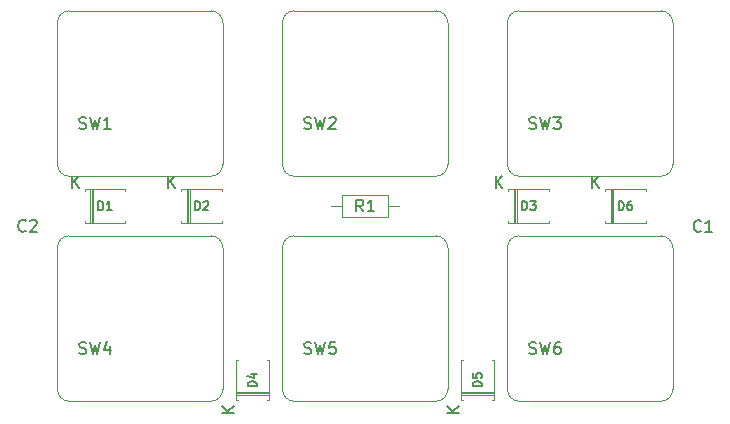
<source format=gbr>
%TF.GenerationSoftware,KiCad,Pcbnew,(6.0.2)*%
%TF.CreationDate,2022-08-22T21:21:30-07:00*%
%TF.ProjectId,minipad,6d696e69-7061-4642-9e6b-696361645f70,rev?*%
%TF.SameCoordinates,Original*%
%TF.FileFunction,Legend,Top*%
%TF.FilePolarity,Positive*%
%FSLAX46Y46*%
G04 Gerber Fmt 4.6, Leading zero omitted, Abs format (unit mm)*
G04 Created by KiCad (PCBNEW (6.0.2)) date 2022-08-22 21:21:30*
%MOMM*%
%LPD*%
G01*
G04 APERTURE LIST*
%ADD10C,0.150000*%
%ADD11C,0.120000*%
G04 APERTURE END LIST*
D10*
%TO.C,R1*%
X224861647Y-141541561D02*
X224528314Y-141065371D01*
X224290218Y-141541561D02*
X224290218Y-140541561D01*
X224671171Y-140541561D01*
X224766409Y-140589181D01*
X224814028Y-140636800D01*
X224861647Y-140732038D01*
X224861647Y-140874895D01*
X224814028Y-140970133D01*
X224766409Y-141017752D01*
X224671171Y-141065371D01*
X224290218Y-141065371D01*
X225814028Y-141541561D02*
X225242599Y-141541561D01*
X225528314Y-141541561D02*
X225528314Y-140541561D01*
X225433075Y-140684419D01*
X225337837Y-140779657D01*
X225242599Y-140827276D01*
%TO.C,D6*%
X246501323Y-141428466D02*
X246501323Y-140678466D01*
X246679895Y-140678466D01*
X246787037Y-140714181D01*
X246858466Y-140785609D01*
X246894180Y-140857038D01*
X246929895Y-140999895D01*
X246929895Y-141107038D01*
X246894180Y-141249895D01*
X246858466Y-141321323D01*
X246787037Y-141392752D01*
X246679895Y-141428466D01*
X246501323Y-141428466D01*
X247572752Y-140678466D02*
X247429895Y-140678466D01*
X247358466Y-140714181D01*
X247322752Y-140749895D01*
X247251323Y-140857038D01*
X247215609Y-140999895D01*
X247215609Y-141285609D01*
X247251323Y-141357038D01*
X247287037Y-141392752D01*
X247358466Y-141428466D01*
X247501323Y-141428466D01*
X247572752Y-141392752D01*
X247608466Y-141357038D01*
X247644180Y-141285609D01*
X247644180Y-141107038D01*
X247608466Y-141035609D01*
X247572752Y-140999895D01*
X247501323Y-140964181D01*
X247358466Y-140964181D01*
X247287037Y-140999895D01*
X247251323Y-141035609D01*
X247215609Y-141107038D01*
X244252990Y-139541561D02*
X244252990Y-138541561D01*
X244824418Y-139541561D02*
X244395847Y-138970133D01*
X244824418Y-138541561D02*
X244252990Y-139112990D01*
%TO.C,D5*%
X234892607Y-156366829D02*
X234142607Y-156366829D01*
X234142607Y-156188258D01*
X234178322Y-156081115D01*
X234249750Y-156009686D01*
X234321179Y-155973972D01*
X234464036Y-155938258D01*
X234571179Y-155938258D01*
X234714036Y-155973972D01*
X234785464Y-156009686D01*
X234856893Y-156081115D01*
X234892607Y-156188258D01*
X234892607Y-156366829D01*
X234142607Y-155259686D02*
X234142607Y-155616829D01*
X234499750Y-155652543D01*
X234464036Y-155616829D01*
X234428322Y-155545400D01*
X234428322Y-155366829D01*
X234464036Y-155295400D01*
X234499750Y-155259686D01*
X234571179Y-155223972D01*
X234749750Y-155223972D01*
X234821179Y-155259686D01*
X234856893Y-155295400D01*
X234892607Y-155366829D01*
X234892607Y-155545400D01*
X234856893Y-155616829D01*
X234821179Y-155652543D01*
X233005702Y-158615162D02*
X232005702Y-158615162D01*
X233005702Y-158043734D02*
X232434274Y-158472305D01*
X232005702Y-158043734D02*
X232577131Y-158615162D01*
%TO.C,D4*%
X215842591Y-156366829D02*
X215092591Y-156366829D01*
X215092591Y-156188258D01*
X215128306Y-156081115D01*
X215199734Y-156009686D01*
X215271163Y-155973972D01*
X215414020Y-155938258D01*
X215521163Y-155938258D01*
X215664020Y-155973972D01*
X215735448Y-156009686D01*
X215806877Y-156081115D01*
X215842591Y-156188258D01*
X215842591Y-156366829D01*
X215342591Y-155295400D02*
X215842591Y-155295400D01*
X215056877Y-155473972D02*
X215592591Y-155652543D01*
X215592591Y-155188258D01*
X213955686Y-158615162D02*
X212955686Y-158615162D01*
X213955686Y-158043734D02*
X213384258Y-158472305D01*
X212955686Y-158043734D02*
X213527115Y-158615162D01*
%TO.C,D3*%
X238325689Y-141428466D02*
X238325689Y-140678466D01*
X238504261Y-140678466D01*
X238611403Y-140714181D01*
X238682832Y-140785609D01*
X238718546Y-140857038D01*
X238754261Y-140999895D01*
X238754261Y-141107038D01*
X238718546Y-141249895D01*
X238682832Y-141321323D01*
X238611403Y-141392752D01*
X238504261Y-141428466D01*
X238325689Y-141428466D01*
X239004261Y-140678466D02*
X239468546Y-140678466D01*
X239218546Y-140964181D01*
X239325689Y-140964181D01*
X239397118Y-140999895D01*
X239432832Y-141035609D01*
X239468546Y-141107038D01*
X239468546Y-141285609D01*
X239432832Y-141357038D01*
X239397118Y-141392752D01*
X239325689Y-141428466D01*
X239111403Y-141428466D01*
X239039975Y-141392752D01*
X239004261Y-141357038D01*
X236077356Y-139541561D02*
X236077356Y-138541561D01*
X236648784Y-139541561D02*
X236220213Y-138970133D01*
X236648784Y-138541561D02*
X236077356Y-139112990D01*
%TO.C,D2*%
X210623795Y-141428466D02*
X210623795Y-140678466D01*
X210802367Y-140678466D01*
X210909509Y-140714181D01*
X210980938Y-140785609D01*
X211016652Y-140857038D01*
X211052367Y-140999895D01*
X211052367Y-141107038D01*
X211016652Y-141249895D01*
X210980938Y-141321323D01*
X210909509Y-141392752D01*
X210802367Y-141428466D01*
X210623795Y-141428466D01*
X211338081Y-140749895D02*
X211373795Y-140714181D01*
X211445224Y-140678466D01*
X211623795Y-140678466D01*
X211695224Y-140714181D01*
X211730938Y-140749895D01*
X211766652Y-140821323D01*
X211766652Y-140892752D01*
X211730938Y-140999895D01*
X211302367Y-141428466D01*
X211766652Y-141428466D01*
X208375462Y-139541561D02*
X208375462Y-138541561D01*
X208946890Y-139541561D02*
X208518319Y-138970133D01*
X208946890Y-138541561D02*
X208375462Y-139112990D01*
%TO.C,D1*%
X202448161Y-141428466D02*
X202448161Y-140678466D01*
X202626733Y-140678466D01*
X202733875Y-140714181D01*
X202805304Y-140785609D01*
X202841018Y-140857038D01*
X202876733Y-140999895D01*
X202876733Y-141107038D01*
X202841018Y-141249895D01*
X202805304Y-141321323D01*
X202733875Y-141392752D01*
X202626733Y-141428466D01*
X202448161Y-141428466D01*
X203591018Y-141428466D02*
X203162447Y-141428466D01*
X203376733Y-141428466D02*
X203376733Y-140678466D01*
X203305304Y-140785609D01*
X203233875Y-140857038D01*
X203162447Y-140892752D01*
X200199828Y-139541561D02*
X200199828Y-138541561D01*
X200771256Y-139541561D02*
X200342685Y-138970133D01*
X200771256Y-138541561D02*
X200199828Y-139112990D01*
%TO.C,SW4*%
X200834964Y-153558950D02*
X200977821Y-153606569D01*
X201215917Y-153606569D01*
X201311155Y-153558950D01*
X201358774Y-153511331D01*
X201406393Y-153416093D01*
X201406393Y-153320855D01*
X201358774Y-153225617D01*
X201311155Y-153177998D01*
X201215917Y-153130379D01*
X201025440Y-153082760D01*
X200930202Y-153035141D01*
X200882583Y-152987522D01*
X200834964Y-152892284D01*
X200834964Y-152797046D01*
X200882583Y-152701808D01*
X200930202Y-152654189D01*
X201025440Y-152606569D01*
X201263536Y-152606569D01*
X201406393Y-152654189D01*
X201739726Y-152606569D02*
X201977821Y-153606569D01*
X202168298Y-152892284D01*
X202358774Y-153606569D01*
X202596869Y-152606569D01*
X203406393Y-152939903D02*
X203406393Y-153606569D01*
X203168298Y-152558950D02*
X202930202Y-153273236D01*
X203549250Y-153273236D01*
%TO.C,SW3*%
X238934996Y-134508934D02*
X239077853Y-134556553D01*
X239315949Y-134556553D01*
X239411187Y-134508934D01*
X239458806Y-134461315D01*
X239506425Y-134366077D01*
X239506425Y-134270839D01*
X239458806Y-134175601D01*
X239411187Y-134127982D01*
X239315949Y-134080363D01*
X239125472Y-134032744D01*
X239030234Y-133985125D01*
X238982615Y-133937506D01*
X238934996Y-133842268D01*
X238934996Y-133747030D01*
X238982615Y-133651792D01*
X239030234Y-133604173D01*
X239125472Y-133556553D01*
X239363568Y-133556553D01*
X239506425Y-133604173D01*
X239839758Y-133556553D02*
X240077853Y-134556553D01*
X240268330Y-133842268D01*
X240458806Y-134556553D01*
X240696901Y-133556553D01*
X240982615Y-133556553D02*
X241601663Y-133556553D01*
X241268330Y-133937506D01*
X241411187Y-133937506D01*
X241506425Y-133985125D01*
X241554044Y-134032744D01*
X241601663Y-134127982D01*
X241601663Y-134366077D01*
X241554044Y-134461315D01*
X241506425Y-134508934D01*
X241411187Y-134556553D01*
X241125472Y-134556553D01*
X241030234Y-134508934D01*
X240982615Y-134461315D01*
%TO.C,SW2*%
X219884980Y-134508934D02*
X220027837Y-134556553D01*
X220265933Y-134556553D01*
X220361171Y-134508934D01*
X220408790Y-134461315D01*
X220456409Y-134366077D01*
X220456409Y-134270839D01*
X220408790Y-134175601D01*
X220361171Y-134127982D01*
X220265933Y-134080363D01*
X220075456Y-134032744D01*
X219980218Y-133985125D01*
X219932599Y-133937506D01*
X219884980Y-133842268D01*
X219884980Y-133747030D01*
X219932599Y-133651792D01*
X219980218Y-133604173D01*
X220075456Y-133556553D01*
X220313552Y-133556553D01*
X220456409Y-133604173D01*
X220789742Y-133556553D02*
X221027837Y-134556553D01*
X221218314Y-133842268D01*
X221408790Y-134556553D01*
X221646885Y-133556553D01*
X221980218Y-133651792D02*
X222027837Y-133604173D01*
X222123075Y-133556553D01*
X222361171Y-133556553D01*
X222456409Y-133604173D01*
X222504028Y-133651792D01*
X222551647Y-133747030D01*
X222551647Y-133842268D01*
X222504028Y-133985125D01*
X221932599Y-134556553D01*
X222551647Y-134556553D01*
%TO.C,SW6*%
X238934996Y-153558950D02*
X239077853Y-153606569D01*
X239315949Y-153606569D01*
X239411187Y-153558950D01*
X239458806Y-153511331D01*
X239506425Y-153416093D01*
X239506425Y-153320855D01*
X239458806Y-153225617D01*
X239411187Y-153177998D01*
X239315949Y-153130379D01*
X239125472Y-153082760D01*
X239030234Y-153035141D01*
X238982615Y-152987522D01*
X238934996Y-152892284D01*
X238934996Y-152797046D01*
X238982615Y-152701808D01*
X239030234Y-152654189D01*
X239125472Y-152606569D01*
X239363568Y-152606569D01*
X239506425Y-152654189D01*
X239839758Y-152606569D02*
X240077853Y-153606569D01*
X240268330Y-152892284D01*
X240458806Y-153606569D01*
X240696901Y-152606569D01*
X241506425Y-152606569D02*
X241315949Y-152606569D01*
X241220710Y-152654189D01*
X241173091Y-152701808D01*
X241077853Y-152844665D01*
X241030234Y-153035141D01*
X241030234Y-153416093D01*
X241077853Y-153511331D01*
X241125472Y-153558950D01*
X241220710Y-153606569D01*
X241411187Y-153606569D01*
X241506425Y-153558950D01*
X241554044Y-153511331D01*
X241601663Y-153416093D01*
X241601663Y-153177998D01*
X241554044Y-153082760D01*
X241506425Y-153035141D01*
X241411187Y-152987522D01*
X241220710Y-152987522D01*
X241125472Y-153035141D01*
X241077853Y-153082760D01*
X241030234Y-153177998D01*
%TO.C,C2*%
X196286623Y-143166506D02*
X196239004Y-143214125D01*
X196096147Y-143261744D01*
X196000909Y-143261744D01*
X195858051Y-143214125D01*
X195762813Y-143118887D01*
X195715194Y-143023649D01*
X195667575Y-142833173D01*
X195667575Y-142690316D01*
X195715194Y-142499840D01*
X195762813Y-142404602D01*
X195858051Y-142309364D01*
X196000909Y-142261744D01*
X196096147Y-142261744D01*
X196239004Y-142309364D01*
X196286623Y-142356983D01*
X196667575Y-142356983D02*
X196715194Y-142309364D01*
X196810432Y-142261744D01*
X197048528Y-142261744D01*
X197143766Y-142309364D01*
X197191385Y-142356983D01*
X197239004Y-142452221D01*
X197239004Y-142547459D01*
X197191385Y-142690316D01*
X196619956Y-143261744D01*
X197239004Y-143261744D01*
%TO.C,SW1*%
X200834964Y-134508934D02*
X200977821Y-134556553D01*
X201215917Y-134556553D01*
X201311155Y-134508934D01*
X201358774Y-134461315D01*
X201406393Y-134366077D01*
X201406393Y-134270839D01*
X201358774Y-134175601D01*
X201311155Y-134127982D01*
X201215917Y-134080363D01*
X201025440Y-134032744D01*
X200930202Y-133985125D01*
X200882583Y-133937506D01*
X200834964Y-133842268D01*
X200834964Y-133747030D01*
X200882583Y-133651792D01*
X200930202Y-133604173D01*
X201025440Y-133556553D01*
X201263536Y-133556553D01*
X201406393Y-133604173D01*
X201739726Y-133556553D02*
X201977821Y-134556553D01*
X202168298Y-133842268D01*
X202358774Y-134556553D01*
X202596869Y-133556553D01*
X203501631Y-134556553D02*
X202930202Y-134556553D01*
X203215917Y-134556553D02*
X203215917Y-133556553D01*
X203120678Y-133699411D01*
X203025440Y-133794649D01*
X202930202Y-133842268D01*
%TO.C,SW5*%
X219884980Y-153558950D02*
X220027837Y-153606569D01*
X220265933Y-153606569D01*
X220361171Y-153558950D01*
X220408790Y-153511331D01*
X220456409Y-153416093D01*
X220456409Y-153320855D01*
X220408790Y-153225617D01*
X220361171Y-153177998D01*
X220265933Y-153130379D01*
X220075456Y-153082760D01*
X219980218Y-153035141D01*
X219932599Y-152987522D01*
X219884980Y-152892284D01*
X219884980Y-152797046D01*
X219932599Y-152701808D01*
X219980218Y-152654189D01*
X220075456Y-152606569D01*
X220313552Y-152606569D01*
X220456409Y-152654189D01*
X220789742Y-152606569D02*
X221027837Y-153606569D01*
X221218314Y-152892284D01*
X221408790Y-153606569D01*
X221646885Y-152606569D01*
X222504028Y-152606569D02*
X222027837Y-152606569D01*
X221980218Y-153082760D01*
X222027837Y-153035141D01*
X222123075Y-152987522D01*
X222361171Y-152987522D01*
X222456409Y-153035141D01*
X222504028Y-153082760D01*
X222551647Y-153177998D01*
X222551647Y-153416093D01*
X222504028Y-153511331D01*
X222456409Y-153558950D01*
X222361171Y-153606569D01*
X222123075Y-153606569D01*
X222027837Y-153558950D01*
X221980218Y-153511331D01*
%TO.C,C1*%
X253455622Y-143180056D02*
X253408003Y-143227675D01*
X253265146Y-143275294D01*
X253169908Y-143275294D01*
X253027050Y-143227675D01*
X252931812Y-143132437D01*
X252884193Y-143037199D01*
X252836574Y-142846723D01*
X252836574Y-142703866D01*
X252884193Y-142513390D01*
X252931812Y-142418152D01*
X253027050Y-142322914D01*
X253169908Y-142275294D01*
X253265146Y-142275294D01*
X253408003Y-142322914D01*
X253455622Y-142370533D01*
X254408003Y-143275294D02*
X253836574Y-143275294D01*
X254122289Y-143275294D02*
X254122289Y-142275294D01*
X254027050Y-142418152D01*
X253931812Y-142513390D01*
X253836574Y-142561009D01*
D11*
%TO.C,R1*%
X223108314Y-142009181D02*
X226948314Y-142009181D01*
X226948314Y-140169181D02*
X223108314Y-140169181D01*
X222158314Y-141089181D02*
X223108314Y-141089181D01*
X227898314Y-141089181D02*
X226948314Y-141089181D01*
X226948314Y-142009181D02*
X226948314Y-140169181D01*
X223108314Y-140169181D02*
X223108314Y-142009181D01*
%TO.C,D6*%
X245814895Y-139669181D02*
X245814895Y-142509181D01*
X248774895Y-142509181D02*
X248774895Y-142329181D01*
X245334895Y-139849181D02*
X245334895Y-139669181D01*
X246054895Y-139669181D02*
X246054895Y-142509181D01*
X245334895Y-139669181D02*
X248774895Y-139669181D01*
X245334895Y-142509181D02*
X248774895Y-142509181D01*
X245334895Y-142329181D02*
X245334895Y-142509181D01*
X245934895Y-139669181D02*
X245934895Y-142509181D01*
X248774895Y-139669181D02*
X248774895Y-139849181D01*
%TO.C,D5*%
X233133322Y-157053258D02*
X235973322Y-157053258D01*
X235973322Y-154093258D02*
X235793322Y-154093258D01*
X233313322Y-157533258D02*
X233133322Y-157533258D01*
X233133322Y-156813258D02*
X235973322Y-156813258D01*
X233133322Y-157533258D02*
X233133322Y-154093258D01*
X235973322Y-157533258D02*
X235973322Y-154093258D01*
X235793322Y-157533258D02*
X235973322Y-157533258D01*
X233133322Y-156933258D02*
X235973322Y-156933258D01*
X233133322Y-154093258D02*
X233313322Y-154093258D01*
%TO.C,D4*%
X214083306Y-154093258D02*
X214263306Y-154093258D01*
X214083306Y-156933258D02*
X216923306Y-156933258D01*
X216743306Y-157533258D02*
X216923306Y-157533258D01*
X216923306Y-157533258D02*
X216923306Y-154093258D01*
X214083306Y-157533258D02*
X214083306Y-154093258D01*
X214083306Y-156813258D02*
X216923306Y-156813258D01*
X214263306Y-157533258D02*
X214083306Y-157533258D01*
X216923306Y-154093258D02*
X216743306Y-154093258D01*
X214083306Y-157053258D02*
X216923306Y-157053258D01*
%TO.C,D3*%
X237639261Y-139669181D02*
X237639261Y-142509181D01*
X240599261Y-142509181D02*
X240599261Y-142329181D01*
X237159261Y-139849181D02*
X237159261Y-139669181D01*
X237879261Y-139669181D02*
X237879261Y-142509181D01*
X237159261Y-139669181D02*
X240599261Y-139669181D01*
X237159261Y-142509181D02*
X240599261Y-142509181D01*
X237159261Y-142329181D02*
X237159261Y-142509181D01*
X237759261Y-139669181D02*
X237759261Y-142509181D01*
X240599261Y-139669181D02*
X240599261Y-139849181D01*
%TO.C,D2*%
X209937367Y-139669181D02*
X209937367Y-142509181D01*
X212897367Y-142509181D02*
X212897367Y-142329181D01*
X209457367Y-139849181D02*
X209457367Y-139669181D01*
X210177367Y-139669181D02*
X210177367Y-142509181D01*
X209457367Y-139669181D02*
X212897367Y-139669181D01*
X209457367Y-142509181D02*
X212897367Y-142509181D01*
X209457367Y-142329181D02*
X209457367Y-142509181D01*
X210057367Y-139669181D02*
X210057367Y-142509181D01*
X212897367Y-139669181D02*
X212897367Y-139849181D01*
%TO.C,D1*%
X201761733Y-139669181D02*
X201761733Y-142509181D01*
X204721733Y-142509181D02*
X204721733Y-142329181D01*
X201281733Y-139849181D02*
X201281733Y-139669181D01*
X202001733Y-139669181D02*
X202001733Y-142509181D01*
X201281733Y-139669181D02*
X204721733Y-139669181D01*
X201281733Y-142509181D02*
X204721733Y-142509181D01*
X201281733Y-142329181D02*
X201281733Y-142509181D01*
X201881733Y-139669181D02*
X201881733Y-142509181D01*
X204721733Y-139669181D02*
X204721733Y-139849181D01*
%TO.C,SW4*%
X212978298Y-144614189D02*
X212978298Y-156614189D01*
X211978298Y-157614189D02*
X199978298Y-157614189D01*
X198978298Y-144614189D02*
X198978298Y-156614189D01*
X199978298Y-143614189D02*
X211978298Y-143614189D01*
X198978298Y-156614189D02*
G75*
G03*
X199978298Y-157614189I999999J-1D01*
G01*
X211978298Y-157614189D02*
G75*
G03*
X212978298Y-156614189I1J999999D01*
G01*
X199978298Y-143614189D02*
G75*
G03*
X198978298Y-144614189I-1J-999999D01*
G01*
X212978298Y-144614189D02*
G75*
G03*
X211978298Y-143614189I-999999J1D01*
G01*
%TO.C,SW3*%
X250078330Y-138564173D02*
X238078330Y-138564173D01*
X238078330Y-124564173D02*
X250078330Y-124564173D01*
X237078330Y-125564173D02*
X237078330Y-137564173D01*
X251078330Y-125564173D02*
X251078330Y-137564173D01*
X237078330Y-137564173D02*
G75*
G03*
X238078330Y-138564173I999999J-1D01*
G01*
X250078330Y-138564173D02*
G75*
G03*
X251078330Y-137564173I1J999999D01*
G01*
X238078330Y-124564173D02*
G75*
G03*
X237078330Y-125564173I-1J-999999D01*
G01*
X251078330Y-125564173D02*
G75*
G03*
X250078330Y-124564173I-999999J1D01*
G01*
%TO.C,SW2*%
X219028314Y-124564173D02*
X231028314Y-124564173D01*
X218028314Y-125564173D02*
X218028314Y-137564173D01*
X231028314Y-138564173D02*
X219028314Y-138564173D01*
X232028314Y-125564173D02*
X232028314Y-137564173D01*
X231028314Y-138564173D02*
G75*
G03*
X232028314Y-137564173I1J999999D01*
G01*
X219028314Y-124564173D02*
G75*
G03*
X218028314Y-125564173I-1J-999999D01*
G01*
X232028314Y-125564173D02*
G75*
G03*
X231028314Y-124564173I-999999J1D01*
G01*
X218028314Y-137564173D02*
G75*
G03*
X219028314Y-138564173I999999J-1D01*
G01*
%TO.C,SW6*%
X251078330Y-144614189D02*
X251078330Y-156614189D01*
X250078330Y-157614189D02*
X238078330Y-157614189D01*
X238078330Y-143614189D02*
X250078330Y-143614189D01*
X237078330Y-144614189D02*
X237078330Y-156614189D01*
X250078330Y-157614189D02*
G75*
G03*
X251078330Y-156614189I1J999999D01*
G01*
X237078330Y-156614189D02*
G75*
G03*
X238078330Y-157614189I999999J-1D01*
G01*
X238078330Y-143614189D02*
G75*
G03*
X237078330Y-144614189I-1J-999999D01*
G01*
X251078330Y-144614189D02*
G75*
G03*
X250078330Y-143614189I-999999J1D01*
G01*
%TO.C,SW1*%
X211978298Y-138564173D02*
X199978298Y-138564173D01*
X212978298Y-125564173D02*
X212978298Y-137564173D01*
X199978298Y-124564173D02*
X211978298Y-124564173D01*
X198978298Y-125564173D02*
X198978298Y-137564173D01*
X199978298Y-124564173D02*
G75*
G03*
X198978298Y-125564173I-1J-999999D01*
G01*
X212978298Y-125564173D02*
G75*
G03*
X211978298Y-124564173I-999999J1D01*
G01*
X211978298Y-138564173D02*
G75*
G03*
X212978298Y-137564173I1J999999D01*
G01*
X198978298Y-137564173D02*
G75*
G03*
X199978298Y-138564173I999999J-1D01*
G01*
%TO.C,SW5*%
X218028314Y-144614189D02*
X218028314Y-156614189D01*
X232028314Y-144614189D02*
X232028314Y-156614189D01*
X231028314Y-157614189D02*
X219028314Y-157614189D01*
X219028314Y-143614189D02*
X231028314Y-143614189D01*
X218028314Y-156614189D02*
G75*
G03*
X219028314Y-157614189I999999J-1D01*
G01*
X231028314Y-157614189D02*
G75*
G03*
X232028314Y-156614189I1J999999D01*
G01*
X232028314Y-144614189D02*
G75*
G03*
X231028314Y-143614189I-999999J1D01*
G01*
X219028314Y-143614189D02*
G75*
G03*
X218028314Y-144614189I-1J-999999D01*
G01*
%TD*%
M02*

</source>
